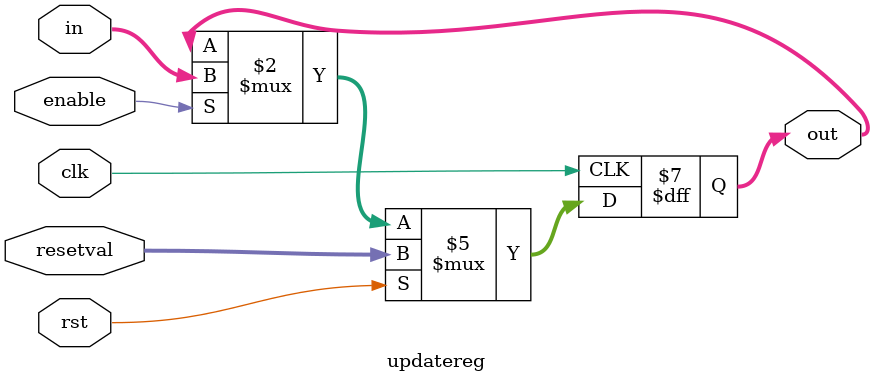
<source format=v>

module updatereg(in,enable,rst,resetval,clk,out);
parameter width = 64;
output reg [width-1:0] out;
input wire [width-1:0] in,resetval;
input wire enable,rst,clk;


always @(posedge clk)
begin
	if (rst)
		out <= resetval;
	else if (enable)
		out <= in;
end

endmodule



</source>
